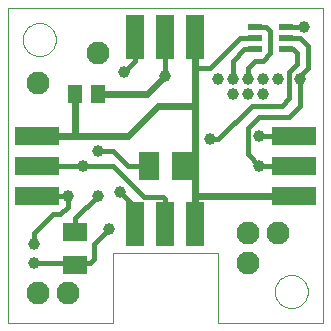
<source format=gtl>
G75*
%MOIN*%
%OFA0B0*%
%FSLAX24Y24*%
%IPPOS*%
%LPD*%
%AMOC8*
5,1,8,0,0,1.08239X$1,22.5*
%
%ADD10C,0.0000*%
%ADD11R,0.0787X0.0630*%
%ADD12R,0.0650X0.0949*%
%ADD13R,0.0600X0.1450*%
%ADD14R,0.1450X0.0600*%
%ADD15R,0.0500X0.0220*%
%ADD16R,0.0512X0.0591*%
%ADD17C,0.0160*%
%ADD18C,0.0396*%
%ADD19C,0.0240*%
%ADD20C,0.0768*%
D10*
X000100Y000100D02*
X003600Y000100D01*
X003600Y002430D01*
X007100Y002430D01*
X007100Y000100D01*
X010600Y000100D01*
X010600Y010600D01*
X000100Y010600D01*
X000100Y000100D01*
X000599Y009550D02*
X000601Y009597D01*
X000607Y009643D01*
X000617Y009689D01*
X000630Y009734D01*
X000648Y009777D01*
X000669Y009819D01*
X000693Y009859D01*
X000721Y009896D01*
X000752Y009931D01*
X000786Y009964D01*
X000822Y009993D01*
X000861Y010019D01*
X000902Y010042D01*
X000945Y010061D01*
X000989Y010077D01*
X001034Y010089D01*
X001080Y010097D01*
X001127Y010101D01*
X001173Y010101D01*
X001220Y010097D01*
X001266Y010089D01*
X001311Y010077D01*
X001355Y010061D01*
X001398Y010042D01*
X001439Y010019D01*
X001478Y009993D01*
X001514Y009964D01*
X001548Y009931D01*
X001579Y009896D01*
X001607Y009859D01*
X001631Y009819D01*
X001652Y009777D01*
X001670Y009734D01*
X001683Y009689D01*
X001693Y009643D01*
X001699Y009597D01*
X001701Y009550D01*
X001699Y009503D01*
X001693Y009457D01*
X001683Y009411D01*
X001670Y009366D01*
X001652Y009323D01*
X001631Y009281D01*
X001607Y009241D01*
X001579Y009204D01*
X001548Y009169D01*
X001514Y009136D01*
X001478Y009107D01*
X001439Y009081D01*
X001398Y009058D01*
X001355Y009039D01*
X001311Y009023D01*
X001266Y009011D01*
X001220Y009003D01*
X001173Y008999D01*
X001127Y008999D01*
X001080Y009003D01*
X001034Y009011D01*
X000989Y009023D01*
X000945Y009039D01*
X000902Y009058D01*
X000861Y009081D01*
X000822Y009107D01*
X000786Y009136D01*
X000752Y009169D01*
X000721Y009204D01*
X000693Y009241D01*
X000669Y009281D01*
X000648Y009323D01*
X000630Y009366D01*
X000617Y009411D01*
X000607Y009457D01*
X000601Y009503D01*
X000599Y009550D01*
X008999Y001150D02*
X009001Y001197D01*
X009007Y001243D01*
X009017Y001289D01*
X009030Y001334D01*
X009048Y001377D01*
X009069Y001419D01*
X009093Y001459D01*
X009121Y001496D01*
X009152Y001531D01*
X009186Y001564D01*
X009222Y001593D01*
X009261Y001619D01*
X009302Y001642D01*
X009345Y001661D01*
X009389Y001677D01*
X009434Y001689D01*
X009480Y001697D01*
X009527Y001701D01*
X009573Y001701D01*
X009620Y001697D01*
X009666Y001689D01*
X009711Y001677D01*
X009755Y001661D01*
X009798Y001642D01*
X009839Y001619D01*
X009878Y001593D01*
X009914Y001564D01*
X009948Y001531D01*
X009979Y001496D01*
X010007Y001459D01*
X010031Y001419D01*
X010052Y001377D01*
X010070Y001334D01*
X010083Y001289D01*
X010093Y001243D01*
X010099Y001197D01*
X010101Y001150D01*
X010099Y001103D01*
X010093Y001057D01*
X010083Y001011D01*
X010070Y000966D01*
X010052Y000923D01*
X010031Y000881D01*
X010007Y000841D01*
X009979Y000804D01*
X009948Y000769D01*
X009914Y000736D01*
X009878Y000707D01*
X009839Y000681D01*
X009798Y000658D01*
X009755Y000639D01*
X009711Y000623D01*
X009666Y000611D01*
X009620Y000603D01*
X009573Y000599D01*
X009527Y000599D01*
X009480Y000603D01*
X009434Y000611D01*
X009389Y000623D01*
X009345Y000639D01*
X009302Y000658D01*
X009261Y000681D01*
X009222Y000707D01*
X009186Y000736D01*
X009152Y000769D01*
X009121Y000804D01*
X009093Y000841D01*
X009069Y000881D01*
X009048Y000923D01*
X009030Y000966D01*
X009017Y001011D01*
X009007Y001057D01*
X009001Y001103D01*
X008999Y001150D01*
D11*
X002350Y002049D03*
X002350Y003151D03*
D12*
X004800Y005350D03*
X005900Y005350D03*
D13*
X006350Y003405D03*
X005350Y003405D03*
X004350Y003405D03*
X004350Y009625D03*
X005350Y009625D03*
X006350Y009625D03*
D14*
X009625Y006350D03*
X009625Y005350D03*
X009625Y004350D03*
X001075Y004350D03*
X001075Y005350D03*
X001075Y006350D03*
D15*
X008340Y009230D03*
X008340Y009600D03*
X008340Y009970D03*
X009360Y009970D03*
X009360Y009600D03*
X009360Y009230D03*
D16*
X003099Y007725D03*
X002351Y007725D03*
D17*
X003975Y008475D02*
X004350Y008850D01*
X004350Y009625D01*
X005350Y009625D02*
X005350Y008350D01*
X006350Y008600D02*
X006850Y008600D01*
X007850Y009600D01*
X008340Y009600D01*
X008340Y009970D02*
X008720Y009975D01*
X008850Y009850D01*
X008850Y009100D01*
X008600Y008850D01*
X008350Y008850D01*
X008100Y008600D01*
X008100Y008225D01*
X007600Y008225D02*
X007600Y008850D01*
X007980Y009230D01*
X008340Y009230D01*
X009360Y009230D02*
X009595Y009230D01*
X009725Y009100D01*
X009725Y008725D01*
X009475Y008475D01*
X009475Y007600D01*
X009225Y007350D01*
X008225Y007350D01*
X007100Y006225D01*
X006850Y006225D01*
X006350Y005350D02*
X005900Y005350D01*
X005275Y004300D02*
X004650Y004300D01*
X003600Y005350D01*
X002600Y005350D01*
X001075Y005350D01*
X001075Y004350D02*
X002100Y004350D01*
X002100Y003975D01*
X001850Y003725D01*
X001600Y003725D01*
X000975Y003100D01*
X000975Y002725D01*
X000975Y002100D02*
X002299Y002100D01*
X002350Y002049D01*
X002401Y002100D01*
X002850Y002100D01*
X002975Y002225D01*
X002975Y002725D01*
X003475Y003225D01*
X004350Y003405D02*
X004350Y003975D01*
X003850Y004475D01*
X003100Y004350D02*
X002350Y003600D01*
X002350Y003151D01*
X004100Y005350D02*
X004800Y005350D01*
X004100Y005350D02*
X003600Y005850D01*
X003100Y005850D01*
X005275Y004300D02*
X005350Y004225D01*
X005350Y003405D01*
X008100Y005725D02*
X008475Y005350D01*
X009625Y005350D01*
X009625Y006350D02*
X008475Y006350D01*
X008100Y006600D02*
X008100Y005725D01*
X008100Y006600D02*
X008475Y006975D01*
X009475Y006975D01*
X009850Y007350D01*
X009850Y008225D01*
X009850Y008350D01*
X010100Y008600D01*
X010100Y009350D01*
X009850Y009600D01*
X009360Y009600D01*
X009360Y009970D02*
X009845Y009970D01*
X009975Y009975D01*
D18*
X009975Y009975D03*
X009850Y008225D03*
X009100Y008225D03*
X008600Y008225D03*
X008600Y007725D03*
X008100Y007725D03*
X007600Y007725D03*
X007600Y008225D03*
X008100Y008225D03*
X007100Y008225D03*
X005350Y008350D03*
X003975Y008475D03*
X003100Y005850D03*
X002600Y005350D03*
X002100Y004350D03*
X003100Y004350D03*
X003850Y004475D03*
X003475Y003225D03*
X000975Y002725D03*
X000975Y002100D03*
X006850Y006225D03*
X008475Y006350D03*
X008475Y005350D03*
D19*
X009625Y004350D02*
X006350Y004350D01*
X006350Y005350D01*
X006350Y007350D01*
X005100Y007350D01*
X004100Y006350D01*
X002350Y006350D01*
X002351Y006351D01*
X002351Y007725D01*
X003099Y007725D02*
X004725Y007725D01*
X005350Y008350D01*
X006350Y008600D02*
X006350Y007350D01*
X006350Y008600D02*
X006350Y009625D01*
X002350Y006350D02*
X001075Y006350D01*
X005350Y003405D02*
X005350Y003350D01*
X006350Y003405D02*
X006350Y004350D01*
D20*
X008100Y003100D03*
X008100Y002100D03*
X009100Y003100D03*
X003100Y009100D03*
X001100Y008100D03*
X001100Y001100D03*
X002100Y001100D03*
M02*

</source>
